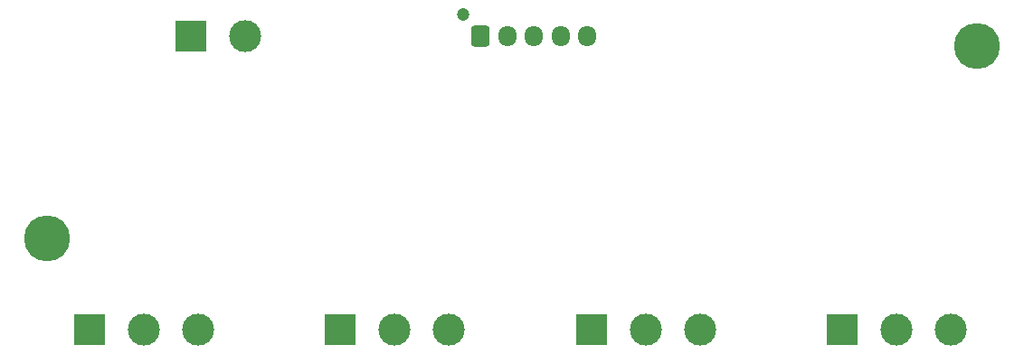
<source format=gbr>
%TF.GenerationSoftware,KiCad,Pcbnew,7.0.6+dfsg-1*%
%TF.CreationDate,2023-07-26T00:10:48-03:00*%
%TF.ProjectId,PWM_breakout_board,50574d5f-6272-4656-916b-6f75745f626f,rev?*%
%TF.SameCoordinates,Original*%
%TF.FileFunction,Soldermask,Bot*%
%TF.FilePolarity,Negative*%
%FSLAX46Y46*%
G04 Gerber Fmt 4.6, Leading zero omitted, Abs format (unit mm)*
G04 Created by KiCad (PCBNEW 7.0.6+dfsg-1) date 2023-07-26 00:10:48*
%MOMM*%
%LPD*%
G01*
G04 APERTURE LIST*
G04 Aperture macros list*
%AMRoundRect*
0 Rectangle with rounded corners*
0 $1 Rounding radius*
0 $2 $3 $4 $5 $6 $7 $8 $9 X,Y pos of 4 corners*
0 Add a 4 corners polygon primitive as box body*
4,1,4,$2,$3,$4,$5,$6,$7,$8,$9,$2,$3,0*
0 Add four circle primitives for the rounded corners*
1,1,$1+$1,$2,$3*
1,1,$1+$1,$4,$5*
1,1,$1+$1,$6,$7*
1,1,$1+$1,$8,$9*
0 Add four rect primitives between the rounded corners*
20,1,$1+$1,$2,$3,$4,$5,0*
20,1,$1+$1,$4,$5,$6,$7,0*
20,1,$1+$1,$6,$7,$8,$9,0*
20,1,$1+$1,$8,$9,$2,$3,0*%
G04 Aperture macros list end*
%ADD10R,3.000000X3.000000*%
%ADD11C,3.000000*%
%ADD12C,4.300000*%
%ADD13C,1.200000*%
%ADD14RoundRect,0.250000X-0.600000X-0.725000X0.600000X-0.725000X0.600000X0.725000X-0.600000X0.725000X0*%
%ADD15O,1.700000X1.950000*%
G04 APERTURE END LIST*
D10*
%TO.C,J5*%
X135920000Y-102542642D03*
D11*
X141000000Y-102542642D03*
X146080000Y-102542642D03*
%TD*%
D10*
%TO.C,J4*%
X112434214Y-102542642D03*
D11*
X117514214Y-102542642D03*
X122594214Y-102542642D03*
%TD*%
D12*
%TO.C,H1*%
X172000000Y-76000000D03*
%TD*%
%TO.C,H2*%
X85000000Y-94000000D03*
%TD*%
D10*
%TO.C,J6*%
X159405786Y-102542642D03*
D11*
X164485786Y-102542642D03*
X169565786Y-102542642D03*
%TD*%
D10*
%TO.C,J3*%
X88948428Y-102542642D03*
D11*
X94028428Y-102542642D03*
X99108428Y-102542642D03*
%TD*%
D13*
%TO.C,J2*%
X123942642Y-73000000D03*
D14*
X125542642Y-75000000D03*
D15*
X128042642Y-75000000D03*
X130542642Y-75000000D03*
X133042642Y-75000000D03*
X135542642Y-75000000D03*
%TD*%
D10*
%TO.C,J1*%
X98460000Y-75000000D03*
D11*
X103540000Y-75000000D03*
%TD*%
M02*

</source>
